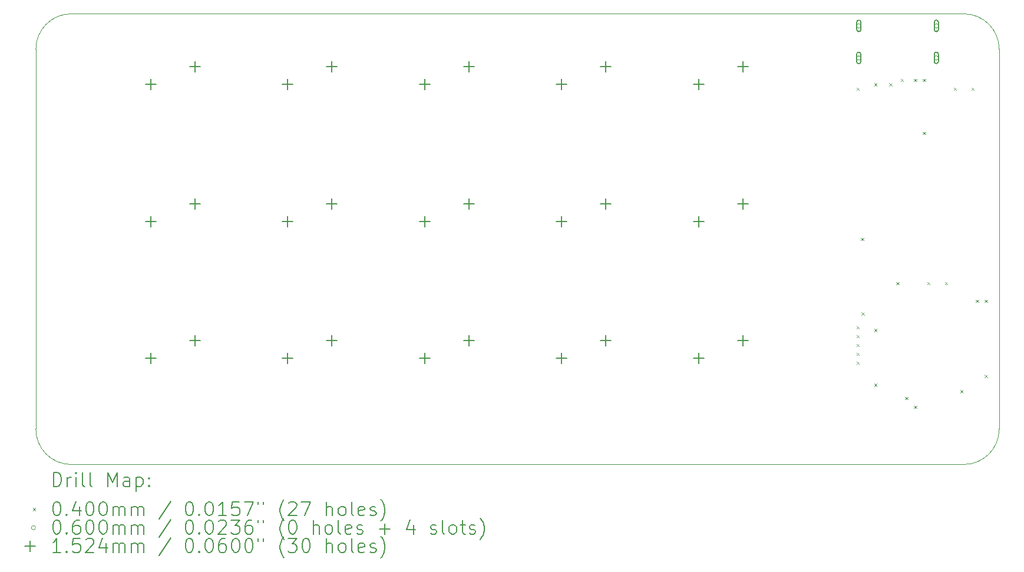
<source format=gbr>
%TF.GenerationSoftware,KiCad,Pcbnew,(6.0.7)*%
%TF.CreationDate,2023-02-20T15:39:00+01:00*%
%TF.ProjectId,Soundboard,536f756e-6462-46f6-9172-642e6b696361,rev?*%
%TF.SameCoordinates,Original*%
%TF.FileFunction,Drillmap*%
%TF.FilePolarity,Positive*%
%FSLAX45Y45*%
G04 Gerber Fmt 4.5, Leading zero omitted, Abs format (unit mm)*
G04 Created by KiCad (PCBNEW (6.0.7)) date 2023-02-20 15:39:00*
%MOMM*%
%LPD*%
G01*
G04 APERTURE LIST*
%ADD10C,0.100000*%
%ADD11C,0.200000*%
%ADD12C,0.040000*%
%ADD13C,0.060000*%
%ADD14C,0.152400*%
G04 APERTURE END LIST*
D10*
X15557500Y-2794000D02*
X15557500Y-8255000D01*
X1714500Y-8255000D02*
G75*
G03*
X2222500Y-8763000I508000J0D01*
G01*
X2222500Y-2286000D02*
X15049500Y-2286000D01*
X15557500Y-2794000D02*
G75*
G03*
X15049500Y-2286000I-508000J0D01*
G01*
X15049500Y-8763000D02*
G75*
G03*
X15557500Y-8255000I0J508000D01*
G01*
X1714500Y-2794000D02*
X1714500Y-8255000D01*
X15049500Y-8763000D02*
X2222500Y-8763000D01*
X2222500Y-2286000D02*
G75*
G03*
X1714500Y-2794000I0J-508000D01*
G01*
D11*
D12*
X13505500Y-3345500D02*
X13545500Y-3385500D01*
X13545500Y-3345500D02*
X13505500Y-3385500D01*
X13505500Y-6774500D02*
X13545500Y-6814500D01*
X13545500Y-6774500D02*
X13505500Y-6814500D01*
X13505500Y-6901500D02*
X13545500Y-6941500D01*
X13545500Y-6901500D02*
X13505500Y-6941500D01*
X13505500Y-7028500D02*
X13545500Y-7068500D01*
X13545500Y-7028500D02*
X13505500Y-7068500D01*
X13505500Y-7155500D02*
X13545500Y-7195500D01*
X13545500Y-7155500D02*
X13505500Y-7195500D01*
X13505500Y-7282500D02*
X13545500Y-7322500D01*
X13545500Y-7282500D02*
X13505500Y-7322500D01*
X13569000Y-5504500D02*
X13609000Y-5544500D01*
X13609000Y-5504500D02*
X13569000Y-5544500D01*
X13578000Y-6575000D02*
X13618000Y-6615000D01*
X13618000Y-6575000D02*
X13578000Y-6615000D01*
X13759500Y-3282000D02*
X13799500Y-3322000D01*
X13799500Y-3282000D02*
X13759500Y-3322000D01*
X13759500Y-6812550D02*
X13799500Y-6852550D01*
X13799500Y-6812550D02*
X13759500Y-6852550D01*
X13759500Y-7600000D02*
X13799500Y-7640000D01*
X13799500Y-7600000D02*
X13759500Y-7640000D01*
X13973450Y-3282000D02*
X14013450Y-3322000D01*
X14013450Y-3282000D02*
X13973450Y-3322000D01*
X14077000Y-6139500D02*
X14117000Y-6179500D01*
X14117000Y-6139500D02*
X14077000Y-6179500D01*
X14140500Y-3218500D02*
X14180500Y-3258500D01*
X14180500Y-3218500D02*
X14140500Y-3258500D01*
X14204000Y-7790500D02*
X14244000Y-7830500D01*
X14244000Y-7790500D02*
X14204000Y-7830500D01*
X14331000Y-3218500D02*
X14371000Y-3258500D01*
X14371000Y-3218500D02*
X14331000Y-3258500D01*
X14331000Y-7917500D02*
X14371000Y-7957500D01*
X14371000Y-7917500D02*
X14331000Y-7957500D01*
X14458000Y-3218500D02*
X14498000Y-3258500D01*
X14498000Y-3218500D02*
X14458000Y-3258500D01*
X14458000Y-3980500D02*
X14498000Y-4020500D01*
X14498000Y-3980500D02*
X14458000Y-4020500D01*
X14521500Y-6139500D02*
X14561500Y-6179500D01*
X14561500Y-6139500D02*
X14521500Y-6179500D01*
X14775500Y-6139500D02*
X14815500Y-6179500D01*
X14815500Y-6139500D02*
X14775500Y-6179500D01*
X14902500Y-3345500D02*
X14942500Y-3385500D01*
X14942500Y-3345500D02*
X14902500Y-3385500D01*
X14997750Y-7695250D02*
X15037750Y-7735250D01*
X15037750Y-7695250D02*
X14997750Y-7735250D01*
X15156500Y-3345500D02*
X15196500Y-3385500D01*
X15196500Y-3345500D02*
X15156500Y-3385500D01*
X15220000Y-6393500D02*
X15260000Y-6433500D01*
X15260000Y-6393500D02*
X15220000Y-6433500D01*
X15347000Y-6393500D02*
X15387000Y-6433500D01*
X15387000Y-6393500D02*
X15347000Y-6433500D01*
X15347000Y-7473000D02*
X15387000Y-7513000D01*
X15387000Y-7473000D02*
X15347000Y-7513000D01*
D13*
X13568500Y-2919250D02*
G75*
G03*
X13568500Y-2919250I-30000J0D01*
G01*
D11*
X13508500Y-2866750D02*
X13508500Y-2971750D01*
X13568500Y-2866750D02*
X13568500Y-2971750D01*
X13508500Y-2971750D02*
G75*
G03*
X13568500Y-2971750I30000J0D01*
G01*
X13568500Y-2866750D02*
G75*
G03*
X13508500Y-2866750I-30000J0D01*
G01*
D13*
X13570500Y-2459250D02*
G75*
G03*
X13570500Y-2459250I-30000J0D01*
G01*
D11*
X13510500Y-2406750D02*
X13510500Y-2511750D01*
X13570500Y-2406750D02*
X13570500Y-2511750D01*
X13510500Y-2511750D02*
G75*
G03*
X13570500Y-2511750I30000J0D01*
G01*
X13570500Y-2406750D02*
G75*
G03*
X13510500Y-2406750I-30000J0D01*
G01*
D13*
X14683500Y-2919250D02*
G75*
G03*
X14683500Y-2919250I-30000J0D01*
G01*
D11*
X14623500Y-2866750D02*
X14623500Y-2971750D01*
X14683500Y-2866750D02*
X14683500Y-2971750D01*
X14623500Y-2971750D02*
G75*
G03*
X14683500Y-2971750I30000J0D01*
G01*
X14683500Y-2866750D02*
G75*
G03*
X14623500Y-2866750I-30000J0D01*
G01*
D13*
X14685500Y-2459250D02*
G75*
G03*
X14685500Y-2459250I-30000J0D01*
G01*
D11*
X14625500Y-2406750D02*
X14625500Y-2511750D01*
X14685500Y-2406750D02*
X14685500Y-2511750D01*
X14625500Y-2511750D02*
G75*
G03*
X14685500Y-2511750I30000J0D01*
G01*
X14685500Y-2406750D02*
G75*
G03*
X14625500Y-2406750I-30000J0D01*
G01*
D14*
X3365500Y-3225800D02*
X3365500Y-3378200D01*
X3289300Y-3302000D02*
X3441700Y-3302000D01*
X3365500Y-5194300D02*
X3365500Y-5346700D01*
X3289300Y-5270500D02*
X3441700Y-5270500D01*
X3365500Y-7162800D02*
X3365500Y-7315200D01*
X3289300Y-7239000D02*
X3441700Y-7239000D01*
X4000500Y-2971800D02*
X4000500Y-3124200D01*
X3924300Y-3048000D02*
X4076700Y-3048000D01*
X4000500Y-4940300D02*
X4000500Y-5092700D01*
X3924300Y-5016500D02*
X4076700Y-5016500D01*
X4000500Y-6908800D02*
X4000500Y-7061200D01*
X3924300Y-6985000D02*
X4076700Y-6985000D01*
X5334000Y-3225800D02*
X5334000Y-3378200D01*
X5257800Y-3302000D02*
X5410200Y-3302000D01*
X5334000Y-5194300D02*
X5334000Y-5346700D01*
X5257800Y-5270500D02*
X5410200Y-5270500D01*
X5334000Y-7162800D02*
X5334000Y-7315200D01*
X5257800Y-7239000D02*
X5410200Y-7239000D01*
X5969000Y-2971800D02*
X5969000Y-3124200D01*
X5892800Y-3048000D02*
X6045200Y-3048000D01*
X5969000Y-4940300D02*
X5969000Y-5092700D01*
X5892800Y-5016500D02*
X6045200Y-5016500D01*
X5969000Y-6908800D02*
X5969000Y-7061200D01*
X5892800Y-6985000D02*
X6045200Y-6985000D01*
X7302500Y-3225800D02*
X7302500Y-3378200D01*
X7226300Y-3302000D02*
X7378700Y-3302000D01*
X7302500Y-5194300D02*
X7302500Y-5346700D01*
X7226300Y-5270500D02*
X7378700Y-5270500D01*
X7302500Y-7162800D02*
X7302500Y-7315200D01*
X7226300Y-7239000D02*
X7378700Y-7239000D01*
X7937500Y-2971800D02*
X7937500Y-3124200D01*
X7861300Y-3048000D02*
X8013700Y-3048000D01*
X7937500Y-4940300D02*
X7937500Y-5092700D01*
X7861300Y-5016500D02*
X8013700Y-5016500D01*
X7937500Y-6908800D02*
X7937500Y-7061200D01*
X7861300Y-6985000D02*
X8013700Y-6985000D01*
X9271000Y-3225800D02*
X9271000Y-3378200D01*
X9194800Y-3302000D02*
X9347200Y-3302000D01*
X9271000Y-5194300D02*
X9271000Y-5346700D01*
X9194800Y-5270500D02*
X9347200Y-5270500D01*
X9271000Y-7162800D02*
X9271000Y-7315200D01*
X9194800Y-7239000D02*
X9347200Y-7239000D01*
X9906000Y-2971800D02*
X9906000Y-3124200D01*
X9829800Y-3048000D02*
X9982200Y-3048000D01*
X9906000Y-4940300D02*
X9906000Y-5092700D01*
X9829800Y-5016500D02*
X9982200Y-5016500D01*
X9906000Y-6908800D02*
X9906000Y-7061200D01*
X9829800Y-6985000D02*
X9982200Y-6985000D01*
X11239500Y-3225800D02*
X11239500Y-3378200D01*
X11163300Y-3302000D02*
X11315700Y-3302000D01*
X11239500Y-5194300D02*
X11239500Y-5346700D01*
X11163300Y-5270500D02*
X11315700Y-5270500D01*
X11239500Y-7162800D02*
X11239500Y-7315200D01*
X11163300Y-7239000D02*
X11315700Y-7239000D01*
X11874500Y-2971800D02*
X11874500Y-3124200D01*
X11798300Y-3048000D02*
X11950700Y-3048000D01*
X11874500Y-4940300D02*
X11874500Y-5092700D01*
X11798300Y-5016500D02*
X11950700Y-5016500D01*
X11874500Y-6908800D02*
X11874500Y-7061200D01*
X11798300Y-6985000D02*
X11950700Y-6985000D01*
D11*
X1967119Y-9078476D02*
X1967119Y-8878476D01*
X2014738Y-8878476D01*
X2043309Y-8888000D01*
X2062357Y-8907048D01*
X2071881Y-8926095D01*
X2081405Y-8964190D01*
X2081405Y-8992762D01*
X2071881Y-9030857D01*
X2062357Y-9049905D01*
X2043309Y-9068952D01*
X2014738Y-9078476D01*
X1967119Y-9078476D01*
X2167119Y-9078476D02*
X2167119Y-8945143D01*
X2167119Y-8983238D02*
X2176643Y-8964190D01*
X2186167Y-8954667D01*
X2205214Y-8945143D01*
X2224262Y-8945143D01*
X2290929Y-9078476D02*
X2290929Y-8945143D01*
X2290929Y-8878476D02*
X2281405Y-8888000D01*
X2290929Y-8897524D01*
X2300452Y-8888000D01*
X2290929Y-8878476D01*
X2290929Y-8897524D01*
X2414738Y-9078476D02*
X2395690Y-9068952D01*
X2386167Y-9049905D01*
X2386167Y-8878476D01*
X2519500Y-9078476D02*
X2500452Y-9068952D01*
X2490929Y-9049905D01*
X2490929Y-8878476D01*
X2748071Y-9078476D02*
X2748071Y-8878476D01*
X2814738Y-9021333D01*
X2881405Y-8878476D01*
X2881405Y-9078476D01*
X3062357Y-9078476D02*
X3062357Y-8973714D01*
X3052833Y-8954667D01*
X3033786Y-8945143D01*
X2995690Y-8945143D01*
X2976643Y-8954667D01*
X3062357Y-9068952D02*
X3043309Y-9078476D01*
X2995690Y-9078476D01*
X2976643Y-9068952D01*
X2967119Y-9049905D01*
X2967119Y-9030857D01*
X2976643Y-9011810D01*
X2995690Y-9002286D01*
X3043309Y-9002286D01*
X3062357Y-8992762D01*
X3157595Y-8945143D02*
X3157595Y-9145143D01*
X3157595Y-8954667D02*
X3176643Y-8945143D01*
X3214738Y-8945143D01*
X3233786Y-8954667D01*
X3243309Y-8964190D01*
X3252833Y-8983238D01*
X3252833Y-9040381D01*
X3243309Y-9059429D01*
X3233786Y-9068952D01*
X3214738Y-9078476D01*
X3176643Y-9078476D01*
X3157595Y-9068952D01*
X3338548Y-9059429D02*
X3348071Y-9068952D01*
X3338548Y-9078476D01*
X3329024Y-9068952D01*
X3338548Y-9059429D01*
X3338548Y-9078476D01*
X3338548Y-8954667D02*
X3348071Y-8964190D01*
X3338548Y-8973714D01*
X3329024Y-8964190D01*
X3338548Y-8954667D01*
X3338548Y-8973714D01*
D12*
X1669500Y-9388000D02*
X1709500Y-9428000D01*
X1709500Y-9388000D02*
X1669500Y-9428000D01*
D11*
X2005214Y-9298476D02*
X2024262Y-9298476D01*
X2043309Y-9308000D01*
X2052833Y-9317524D01*
X2062357Y-9336571D01*
X2071881Y-9374667D01*
X2071881Y-9422286D01*
X2062357Y-9460381D01*
X2052833Y-9479429D01*
X2043309Y-9488952D01*
X2024262Y-9498476D01*
X2005214Y-9498476D01*
X1986167Y-9488952D01*
X1976643Y-9479429D01*
X1967119Y-9460381D01*
X1957595Y-9422286D01*
X1957595Y-9374667D01*
X1967119Y-9336571D01*
X1976643Y-9317524D01*
X1986167Y-9308000D01*
X2005214Y-9298476D01*
X2157595Y-9479429D02*
X2167119Y-9488952D01*
X2157595Y-9498476D01*
X2148071Y-9488952D01*
X2157595Y-9479429D01*
X2157595Y-9498476D01*
X2338548Y-9365143D02*
X2338548Y-9498476D01*
X2290929Y-9288952D02*
X2243310Y-9431810D01*
X2367119Y-9431810D01*
X2481405Y-9298476D02*
X2500452Y-9298476D01*
X2519500Y-9308000D01*
X2529024Y-9317524D01*
X2538548Y-9336571D01*
X2548071Y-9374667D01*
X2548071Y-9422286D01*
X2538548Y-9460381D01*
X2529024Y-9479429D01*
X2519500Y-9488952D01*
X2500452Y-9498476D01*
X2481405Y-9498476D01*
X2462357Y-9488952D01*
X2452833Y-9479429D01*
X2443310Y-9460381D01*
X2433786Y-9422286D01*
X2433786Y-9374667D01*
X2443310Y-9336571D01*
X2452833Y-9317524D01*
X2462357Y-9308000D01*
X2481405Y-9298476D01*
X2671881Y-9298476D02*
X2690929Y-9298476D01*
X2709976Y-9308000D01*
X2719500Y-9317524D01*
X2729024Y-9336571D01*
X2738548Y-9374667D01*
X2738548Y-9422286D01*
X2729024Y-9460381D01*
X2719500Y-9479429D01*
X2709976Y-9488952D01*
X2690929Y-9498476D01*
X2671881Y-9498476D01*
X2652833Y-9488952D01*
X2643310Y-9479429D01*
X2633786Y-9460381D01*
X2624262Y-9422286D01*
X2624262Y-9374667D01*
X2633786Y-9336571D01*
X2643310Y-9317524D01*
X2652833Y-9308000D01*
X2671881Y-9298476D01*
X2824262Y-9498476D02*
X2824262Y-9365143D01*
X2824262Y-9384190D02*
X2833786Y-9374667D01*
X2852833Y-9365143D01*
X2881405Y-9365143D01*
X2900452Y-9374667D01*
X2909976Y-9393714D01*
X2909976Y-9498476D01*
X2909976Y-9393714D02*
X2919500Y-9374667D01*
X2938548Y-9365143D01*
X2967119Y-9365143D01*
X2986167Y-9374667D01*
X2995690Y-9393714D01*
X2995690Y-9498476D01*
X3090928Y-9498476D02*
X3090928Y-9365143D01*
X3090928Y-9384190D02*
X3100452Y-9374667D01*
X3119500Y-9365143D01*
X3148071Y-9365143D01*
X3167119Y-9374667D01*
X3176643Y-9393714D01*
X3176643Y-9498476D01*
X3176643Y-9393714D02*
X3186167Y-9374667D01*
X3205214Y-9365143D01*
X3233786Y-9365143D01*
X3252833Y-9374667D01*
X3262357Y-9393714D01*
X3262357Y-9498476D01*
X3652833Y-9288952D02*
X3481405Y-9546095D01*
X3909976Y-9298476D02*
X3929024Y-9298476D01*
X3948071Y-9308000D01*
X3957595Y-9317524D01*
X3967119Y-9336571D01*
X3976643Y-9374667D01*
X3976643Y-9422286D01*
X3967119Y-9460381D01*
X3957595Y-9479429D01*
X3948071Y-9488952D01*
X3929024Y-9498476D01*
X3909976Y-9498476D01*
X3890928Y-9488952D01*
X3881405Y-9479429D01*
X3871881Y-9460381D01*
X3862357Y-9422286D01*
X3862357Y-9374667D01*
X3871881Y-9336571D01*
X3881405Y-9317524D01*
X3890928Y-9308000D01*
X3909976Y-9298476D01*
X4062357Y-9479429D02*
X4071881Y-9488952D01*
X4062357Y-9498476D01*
X4052833Y-9488952D01*
X4062357Y-9479429D01*
X4062357Y-9498476D01*
X4195690Y-9298476D02*
X4214738Y-9298476D01*
X4233786Y-9308000D01*
X4243310Y-9317524D01*
X4252833Y-9336571D01*
X4262357Y-9374667D01*
X4262357Y-9422286D01*
X4252833Y-9460381D01*
X4243310Y-9479429D01*
X4233786Y-9488952D01*
X4214738Y-9498476D01*
X4195690Y-9498476D01*
X4176643Y-9488952D01*
X4167119Y-9479429D01*
X4157595Y-9460381D01*
X4148071Y-9422286D01*
X4148071Y-9374667D01*
X4157595Y-9336571D01*
X4167119Y-9317524D01*
X4176643Y-9308000D01*
X4195690Y-9298476D01*
X4452833Y-9498476D02*
X4338548Y-9498476D01*
X4395690Y-9498476D02*
X4395690Y-9298476D01*
X4376643Y-9327048D01*
X4357595Y-9346095D01*
X4338548Y-9355619D01*
X4633786Y-9298476D02*
X4538548Y-9298476D01*
X4529024Y-9393714D01*
X4538548Y-9384190D01*
X4557595Y-9374667D01*
X4605214Y-9374667D01*
X4624262Y-9384190D01*
X4633786Y-9393714D01*
X4643310Y-9412762D01*
X4643310Y-9460381D01*
X4633786Y-9479429D01*
X4624262Y-9488952D01*
X4605214Y-9498476D01*
X4557595Y-9498476D01*
X4538548Y-9488952D01*
X4529024Y-9479429D01*
X4709976Y-9298476D02*
X4843310Y-9298476D01*
X4757595Y-9498476D01*
X4909976Y-9298476D02*
X4909976Y-9336571D01*
X4986167Y-9298476D02*
X4986167Y-9336571D01*
X5281405Y-9574667D02*
X5271881Y-9565143D01*
X5252833Y-9536571D01*
X5243310Y-9517524D01*
X5233786Y-9488952D01*
X5224262Y-9441333D01*
X5224262Y-9403238D01*
X5233786Y-9355619D01*
X5243310Y-9327048D01*
X5252833Y-9308000D01*
X5271881Y-9279429D01*
X5281405Y-9269905D01*
X5348071Y-9317524D02*
X5357595Y-9308000D01*
X5376643Y-9298476D01*
X5424262Y-9298476D01*
X5443310Y-9308000D01*
X5452833Y-9317524D01*
X5462357Y-9336571D01*
X5462357Y-9355619D01*
X5452833Y-9384190D01*
X5338548Y-9498476D01*
X5462357Y-9498476D01*
X5529024Y-9298476D02*
X5662357Y-9298476D01*
X5576643Y-9498476D01*
X5890928Y-9498476D02*
X5890928Y-9298476D01*
X5976643Y-9498476D02*
X5976643Y-9393714D01*
X5967119Y-9374667D01*
X5948071Y-9365143D01*
X5919500Y-9365143D01*
X5900452Y-9374667D01*
X5890928Y-9384190D01*
X6100452Y-9498476D02*
X6081405Y-9488952D01*
X6071881Y-9479429D01*
X6062357Y-9460381D01*
X6062357Y-9403238D01*
X6071881Y-9384190D01*
X6081405Y-9374667D01*
X6100452Y-9365143D01*
X6129024Y-9365143D01*
X6148071Y-9374667D01*
X6157595Y-9384190D01*
X6167119Y-9403238D01*
X6167119Y-9460381D01*
X6157595Y-9479429D01*
X6148071Y-9488952D01*
X6129024Y-9498476D01*
X6100452Y-9498476D01*
X6281405Y-9498476D02*
X6262357Y-9488952D01*
X6252833Y-9469905D01*
X6252833Y-9298476D01*
X6433786Y-9488952D02*
X6414738Y-9498476D01*
X6376643Y-9498476D01*
X6357595Y-9488952D01*
X6348071Y-9469905D01*
X6348071Y-9393714D01*
X6357595Y-9374667D01*
X6376643Y-9365143D01*
X6414738Y-9365143D01*
X6433786Y-9374667D01*
X6443309Y-9393714D01*
X6443309Y-9412762D01*
X6348071Y-9431810D01*
X6519500Y-9488952D02*
X6538548Y-9498476D01*
X6576643Y-9498476D01*
X6595690Y-9488952D01*
X6605214Y-9469905D01*
X6605214Y-9460381D01*
X6595690Y-9441333D01*
X6576643Y-9431810D01*
X6548071Y-9431810D01*
X6529024Y-9422286D01*
X6519500Y-9403238D01*
X6519500Y-9393714D01*
X6529024Y-9374667D01*
X6548071Y-9365143D01*
X6576643Y-9365143D01*
X6595690Y-9374667D01*
X6671881Y-9574667D02*
X6681405Y-9565143D01*
X6700452Y-9536571D01*
X6709976Y-9517524D01*
X6719500Y-9488952D01*
X6729024Y-9441333D01*
X6729024Y-9403238D01*
X6719500Y-9355619D01*
X6709976Y-9327048D01*
X6700452Y-9308000D01*
X6681405Y-9279429D01*
X6671881Y-9269905D01*
D13*
X1709500Y-9672000D02*
G75*
G03*
X1709500Y-9672000I-30000J0D01*
G01*
D11*
X2005214Y-9562476D02*
X2024262Y-9562476D01*
X2043309Y-9572000D01*
X2052833Y-9581524D01*
X2062357Y-9600571D01*
X2071881Y-9638667D01*
X2071881Y-9686286D01*
X2062357Y-9724381D01*
X2052833Y-9743429D01*
X2043309Y-9752952D01*
X2024262Y-9762476D01*
X2005214Y-9762476D01*
X1986167Y-9752952D01*
X1976643Y-9743429D01*
X1967119Y-9724381D01*
X1957595Y-9686286D01*
X1957595Y-9638667D01*
X1967119Y-9600571D01*
X1976643Y-9581524D01*
X1986167Y-9572000D01*
X2005214Y-9562476D01*
X2157595Y-9743429D02*
X2167119Y-9752952D01*
X2157595Y-9762476D01*
X2148071Y-9752952D01*
X2157595Y-9743429D01*
X2157595Y-9762476D01*
X2338548Y-9562476D02*
X2300452Y-9562476D01*
X2281405Y-9572000D01*
X2271881Y-9581524D01*
X2252833Y-9610095D01*
X2243310Y-9648190D01*
X2243310Y-9724381D01*
X2252833Y-9743429D01*
X2262357Y-9752952D01*
X2281405Y-9762476D01*
X2319500Y-9762476D01*
X2338548Y-9752952D01*
X2348071Y-9743429D01*
X2357595Y-9724381D01*
X2357595Y-9676762D01*
X2348071Y-9657714D01*
X2338548Y-9648190D01*
X2319500Y-9638667D01*
X2281405Y-9638667D01*
X2262357Y-9648190D01*
X2252833Y-9657714D01*
X2243310Y-9676762D01*
X2481405Y-9562476D02*
X2500452Y-9562476D01*
X2519500Y-9572000D01*
X2529024Y-9581524D01*
X2538548Y-9600571D01*
X2548071Y-9638667D01*
X2548071Y-9686286D01*
X2538548Y-9724381D01*
X2529024Y-9743429D01*
X2519500Y-9752952D01*
X2500452Y-9762476D01*
X2481405Y-9762476D01*
X2462357Y-9752952D01*
X2452833Y-9743429D01*
X2443310Y-9724381D01*
X2433786Y-9686286D01*
X2433786Y-9638667D01*
X2443310Y-9600571D01*
X2452833Y-9581524D01*
X2462357Y-9572000D01*
X2481405Y-9562476D01*
X2671881Y-9562476D02*
X2690929Y-9562476D01*
X2709976Y-9572000D01*
X2719500Y-9581524D01*
X2729024Y-9600571D01*
X2738548Y-9638667D01*
X2738548Y-9686286D01*
X2729024Y-9724381D01*
X2719500Y-9743429D01*
X2709976Y-9752952D01*
X2690929Y-9762476D01*
X2671881Y-9762476D01*
X2652833Y-9752952D01*
X2643310Y-9743429D01*
X2633786Y-9724381D01*
X2624262Y-9686286D01*
X2624262Y-9638667D01*
X2633786Y-9600571D01*
X2643310Y-9581524D01*
X2652833Y-9572000D01*
X2671881Y-9562476D01*
X2824262Y-9762476D02*
X2824262Y-9629143D01*
X2824262Y-9648190D02*
X2833786Y-9638667D01*
X2852833Y-9629143D01*
X2881405Y-9629143D01*
X2900452Y-9638667D01*
X2909976Y-9657714D01*
X2909976Y-9762476D01*
X2909976Y-9657714D02*
X2919500Y-9638667D01*
X2938548Y-9629143D01*
X2967119Y-9629143D01*
X2986167Y-9638667D01*
X2995690Y-9657714D01*
X2995690Y-9762476D01*
X3090928Y-9762476D02*
X3090928Y-9629143D01*
X3090928Y-9648190D02*
X3100452Y-9638667D01*
X3119500Y-9629143D01*
X3148071Y-9629143D01*
X3167119Y-9638667D01*
X3176643Y-9657714D01*
X3176643Y-9762476D01*
X3176643Y-9657714D02*
X3186167Y-9638667D01*
X3205214Y-9629143D01*
X3233786Y-9629143D01*
X3252833Y-9638667D01*
X3262357Y-9657714D01*
X3262357Y-9762476D01*
X3652833Y-9552952D02*
X3481405Y-9810095D01*
X3909976Y-9562476D02*
X3929024Y-9562476D01*
X3948071Y-9572000D01*
X3957595Y-9581524D01*
X3967119Y-9600571D01*
X3976643Y-9638667D01*
X3976643Y-9686286D01*
X3967119Y-9724381D01*
X3957595Y-9743429D01*
X3948071Y-9752952D01*
X3929024Y-9762476D01*
X3909976Y-9762476D01*
X3890928Y-9752952D01*
X3881405Y-9743429D01*
X3871881Y-9724381D01*
X3862357Y-9686286D01*
X3862357Y-9638667D01*
X3871881Y-9600571D01*
X3881405Y-9581524D01*
X3890928Y-9572000D01*
X3909976Y-9562476D01*
X4062357Y-9743429D02*
X4071881Y-9752952D01*
X4062357Y-9762476D01*
X4052833Y-9752952D01*
X4062357Y-9743429D01*
X4062357Y-9762476D01*
X4195690Y-9562476D02*
X4214738Y-9562476D01*
X4233786Y-9572000D01*
X4243310Y-9581524D01*
X4252833Y-9600571D01*
X4262357Y-9638667D01*
X4262357Y-9686286D01*
X4252833Y-9724381D01*
X4243310Y-9743429D01*
X4233786Y-9752952D01*
X4214738Y-9762476D01*
X4195690Y-9762476D01*
X4176643Y-9752952D01*
X4167119Y-9743429D01*
X4157595Y-9724381D01*
X4148071Y-9686286D01*
X4148071Y-9638667D01*
X4157595Y-9600571D01*
X4167119Y-9581524D01*
X4176643Y-9572000D01*
X4195690Y-9562476D01*
X4338548Y-9581524D02*
X4348071Y-9572000D01*
X4367119Y-9562476D01*
X4414738Y-9562476D01*
X4433786Y-9572000D01*
X4443310Y-9581524D01*
X4452833Y-9600571D01*
X4452833Y-9619619D01*
X4443310Y-9648190D01*
X4329024Y-9762476D01*
X4452833Y-9762476D01*
X4519500Y-9562476D02*
X4643310Y-9562476D01*
X4576643Y-9638667D01*
X4605214Y-9638667D01*
X4624262Y-9648190D01*
X4633786Y-9657714D01*
X4643310Y-9676762D01*
X4643310Y-9724381D01*
X4633786Y-9743429D01*
X4624262Y-9752952D01*
X4605214Y-9762476D01*
X4548071Y-9762476D01*
X4529024Y-9752952D01*
X4519500Y-9743429D01*
X4814738Y-9562476D02*
X4776643Y-9562476D01*
X4757595Y-9572000D01*
X4748071Y-9581524D01*
X4729024Y-9610095D01*
X4719500Y-9648190D01*
X4719500Y-9724381D01*
X4729024Y-9743429D01*
X4738548Y-9752952D01*
X4757595Y-9762476D01*
X4795690Y-9762476D01*
X4814738Y-9752952D01*
X4824262Y-9743429D01*
X4833786Y-9724381D01*
X4833786Y-9676762D01*
X4824262Y-9657714D01*
X4814738Y-9648190D01*
X4795690Y-9638667D01*
X4757595Y-9638667D01*
X4738548Y-9648190D01*
X4729024Y-9657714D01*
X4719500Y-9676762D01*
X4909976Y-9562476D02*
X4909976Y-9600571D01*
X4986167Y-9562476D02*
X4986167Y-9600571D01*
X5281405Y-9838667D02*
X5271881Y-9829143D01*
X5252833Y-9800571D01*
X5243310Y-9781524D01*
X5233786Y-9752952D01*
X5224262Y-9705333D01*
X5224262Y-9667238D01*
X5233786Y-9619619D01*
X5243310Y-9591048D01*
X5252833Y-9572000D01*
X5271881Y-9543429D01*
X5281405Y-9533905D01*
X5395690Y-9562476D02*
X5414738Y-9562476D01*
X5433786Y-9572000D01*
X5443310Y-9581524D01*
X5452833Y-9600571D01*
X5462357Y-9638667D01*
X5462357Y-9686286D01*
X5452833Y-9724381D01*
X5443310Y-9743429D01*
X5433786Y-9752952D01*
X5414738Y-9762476D01*
X5395690Y-9762476D01*
X5376643Y-9752952D01*
X5367119Y-9743429D01*
X5357595Y-9724381D01*
X5348071Y-9686286D01*
X5348071Y-9638667D01*
X5357595Y-9600571D01*
X5367119Y-9581524D01*
X5376643Y-9572000D01*
X5395690Y-9562476D01*
X5700452Y-9762476D02*
X5700452Y-9562476D01*
X5786167Y-9762476D02*
X5786167Y-9657714D01*
X5776643Y-9638667D01*
X5757595Y-9629143D01*
X5729024Y-9629143D01*
X5709976Y-9638667D01*
X5700452Y-9648190D01*
X5909976Y-9762476D02*
X5890928Y-9752952D01*
X5881405Y-9743429D01*
X5871881Y-9724381D01*
X5871881Y-9667238D01*
X5881405Y-9648190D01*
X5890928Y-9638667D01*
X5909976Y-9629143D01*
X5938548Y-9629143D01*
X5957595Y-9638667D01*
X5967119Y-9648190D01*
X5976643Y-9667238D01*
X5976643Y-9724381D01*
X5967119Y-9743429D01*
X5957595Y-9752952D01*
X5938548Y-9762476D01*
X5909976Y-9762476D01*
X6090928Y-9762476D02*
X6071881Y-9752952D01*
X6062357Y-9733905D01*
X6062357Y-9562476D01*
X6243309Y-9752952D02*
X6224262Y-9762476D01*
X6186167Y-9762476D01*
X6167119Y-9752952D01*
X6157595Y-9733905D01*
X6157595Y-9657714D01*
X6167119Y-9638667D01*
X6186167Y-9629143D01*
X6224262Y-9629143D01*
X6243309Y-9638667D01*
X6252833Y-9657714D01*
X6252833Y-9676762D01*
X6157595Y-9695810D01*
X6329024Y-9752952D02*
X6348071Y-9762476D01*
X6386167Y-9762476D01*
X6405214Y-9752952D01*
X6414738Y-9733905D01*
X6414738Y-9724381D01*
X6405214Y-9705333D01*
X6386167Y-9695810D01*
X6357595Y-9695810D01*
X6338548Y-9686286D01*
X6329024Y-9667238D01*
X6329024Y-9657714D01*
X6338548Y-9638667D01*
X6357595Y-9629143D01*
X6386167Y-9629143D01*
X6405214Y-9638667D01*
X6652833Y-9686286D02*
X6805214Y-9686286D01*
X6729024Y-9762476D02*
X6729024Y-9610095D01*
X7138548Y-9629143D02*
X7138548Y-9762476D01*
X7090928Y-9552952D02*
X7043309Y-9695810D01*
X7167119Y-9695810D01*
X7386167Y-9752952D02*
X7405214Y-9762476D01*
X7443309Y-9762476D01*
X7462357Y-9752952D01*
X7471881Y-9733905D01*
X7471881Y-9724381D01*
X7462357Y-9705333D01*
X7443309Y-9695810D01*
X7414738Y-9695810D01*
X7395690Y-9686286D01*
X7386167Y-9667238D01*
X7386167Y-9657714D01*
X7395690Y-9638667D01*
X7414738Y-9629143D01*
X7443309Y-9629143D01*
X7462357Y-9638667D01*
X7586167Y-9762476D02*
X7567119Y-9752952D01*
X7557595Y-9733905D01*
X7557595Y-9562476D01*
X7690928Y-9762476D02*
X7671881Y-9752952D01*
X7662357Y-9743429D01*
X7652833Y-9724381D01*
X7652833Y-9667238D01*
X7662357Y-9648190D01*
X7671881Y-9638667D01*
X7690928Y-9629143D01*
X7719500Y-9629143D01*
X7738548Y-9638667D01*
X7748071Y-9648190D01*
X7757595Y-9667238D01*
X7757595Y-9724381D01*
X7748071Y-9743429D01*
X7738548Y-9752952D01*
X7719500Y-9762476D01*
X7690928Y-9762476D01*
X7814738Y-9629143D02*
X7890928Y-9629143D01*
X7843309Y-9562476D02*
X7843309Y-9733905D01*
X7852833Y-9752952D01*
X7871881Y-9762476D01*
X7890928Y-9762476D01*
X7948071Y-9752952D02*
X7967119Y-9762476D01*
X8005214Y-9762476D01*
X8024262Y-9752952D01*
X8033786Y-9733905D01*
X8033786Y-9724381D01*
X8024262Y-9705333D01*
X8005214Y-9695810D01*
X7976643Y-9695810D01*
X7957595Y-9686286D01*
X7948071Y-9667238D01*
X7948071Y-9657714D01*
X7957595Y-9638667D01*
X7976643Y-9629143D01*
X8005214Y-9629143D01*
X8024262Y-9638667D01*
X8100452Y-9838667D02*
X8109976Y-9829143D01*
X8129024Y-9800571D01*
X8138548Y-9781524D01*
X8148071Y-9752952D01*
X8157595Y-9705333D01*
X8157595Y-9667238D01*
X8148071Y-9619619D01*
X8138548Y-9591048D01*
X8129024Y-9572000D01*
X8109976Y-9543429D01*
X8100452Y-9533905D01*
D14*
X1633300Y-9859800D02*
X1633300Y-10012200D01*
X1557100Y-9936000D02*
X1709500Y-9936000D01*
D11*
X2071881Y-10026476D02*
X1957595Y-10026476D01*
X2014738Y-10026476D02*
X2014738Y-9826476D01*
X1995690Y-9855048D01*
X1976643Y-9874095D01*
X1957595Y-9883619D01*
X2157595Y-10007429D02*
X2167119Y-10016952D01*
X2157595Y-10026476D01*
X2148071Y-10016952D01*
X2157595Y-10007429D01*
X2157595Y-10026476D01*
X2348071Y-9826476D02*
X2252833Y-9826476D01*
X2243310Y-9921714D01*
X2252833Y-9912190D01*
X2271881Y-9902667D01*
X2319500Y-9902667D01*
X2338548Y-9912190D01*
X2348071Y-9921714D01*
X2357595Y-9940762D01*
X2357595Y-9988381D01*
X2348071Y-10007429D01*
X2338548Y-10016952D01*
X2319500Y-10026476D01*
X2271881Y-10026476D01*
X2252833Y-10016952D01*
X2243310Y-10007429D01*
X2433786Y-9845524D02*
X2443310Y-9836000D01*
X2462357Y-9826476D01*
X2509976Y-9826476D01*
X2529024Y-9836000D01*
X2538548Y-9845524D01*
X2548071Y-9864571D01*
X2548071Y-9883619D01*
X2538548Y-9912190D01*
X2424262Y-10026476D01*
X2548071Y-10026476D01*
X2719500Y-9893143D02*
X2719500Y-10026476D01*
X2671881Y-9816952D02*
X2624262Y-9959810D01*
X2748071Y-9959810D01*
X2824262Y-10026476D02*
X2824262Y-9893143D01*
X2824262Y-9912190D02*
X2833786Y-9902667D01*
X2852833Y-9893143D01*
X2881405Y-9893143D01*
X2900452Y-9902667D01*
X2909976Y-9921714D01*
X2909976Y-10026476D01*
X2909976Y-9921714D02*
X2919500Y-9902667D01*
X2938548Y-9893143D01*
X2967119Y-9893143D01*
X2986167Y-9902667D01*
X2995690Y-9921714D01*
X2995690Y-10026476D01*
X3090928Y-10026476D02*
X3090928Y-9893143D01*
X3090928Y-9912190D02*
X3100452Y-9902667D01*
X3119500Y-9893143D01*
X3148071Y-9893143D01*
X3167119Y-9902667D01*
X3176643Y-9921714D01*
X3176643Y-10026476D01*
X3176643Y-9921714D02*
X3186167Y-9902667D01*
X3205214Y-9893143D01*
X3233786Y-9893143D01*
X3252833Y-9902667D01*
X3262357Y-9921714D01*
X3262357Y-10026476D01*
X3652833Y-9816952D02*
X3481405Y-10074095D01*
X3909976Y-9826476D02*
X3929024Y-9826476D01*
X3948071Y-9836000D01*
X3957595Y-9845524D01*
X3967119Y-9864571D01*
X3976643Y-9902667D01*
X3976643Y-9950286D01*
X3967119Y-9988381D01*
X3957595Y-10007429D01*
X3948071Y-10016952D01*
X3929024Y-10026476D01*
X3909976Y-10026476D01*
X3890928Y-10016952D01*
X3881405Y-10007429D01*
X3871881Y-9988381D01*
X3862357Y-9950286D01*
X3862357Y-9902667D01*
X3871881Y-9864571D01*
X3881405Y-9845524D01*
X3890928Y-9836000D01*
X3909976Y-9826476D01*
X4062357Y-10007429D02*
X4071881Y-10016952D01*
X4062357Y-10026476D01*
X4052833Y-10016952D01*
X4062357Y-10007429D01*
X4062357Y-10026476D01*
X4195690Y-9826476D02*
X4214738Y-9826476D01*
X4233786Y-9836000D01*
X4243310Y-9845524D01*
X4252833Y-9864571D01*
X4262357Y-9902667D01*
X4262357Y-9950286D01*
X4252833Y-9988381D01*
X4243310Y-10007429D01*
X4233786Y-10016952D01*
X4214738Y-10026476D01*
X4195690Y-10026476D01*
X4176643Y-10016952D01*
X4167119Y-10007429D01*
X4157595Y-9988381D01*
X4148071Y-9950286D01*
X4148071Y-9902667D01*
X4157595Y-9864571D01*
X4167119Y-9845524D01*
X4176643Y-9836000D01*
X4195690Y-9826476D01*
X4433786Y-9826476D02*
X4395690Y-9826476D01*
X4376643Y-9836000D01*
X4367119Y-9845524D01*
X4348071Y-9874095D01*
X4338548Y-9912190D01*
X4338548Y-9988381D01*
X4348071Y-10007429D01*
X4357595Y-10016952D01*
X4376643Y-10026476D01*
X4414738Y-10026476D01*
X4433786Y-10016952D01*
X4443310Y-10007429D01*
X4452833Y-9988381D01*
X4452833Y-9940762D01*
X4443310Y-9921714D01*
X4433786Y-9912190D01*
X4414738Y-9902667D01*
X4376643Y-9902667D01*
X4357595Y-9912190D01*
X4348071Y-9921714D01*
X4338548Y-9940762D01*
X4576643Y-9826476D02*
X4595690Y-9826476D01*
X4614738Y-9836000D01*
X4624262Y-9845524D01*
X4633786Y-9864571D01*
X4643310Y-9902667D01*
X4643310Y-9950286D01*
X4633786Y-9988381D01*
X4624262Y-10007429D01*
X4614738Y-10016952D01*
X4595690Y-10026476D01*
X4576643Y-10026476D01*
X4557595Y-10016952D01*
X4548071Y-10007429D01*
X4538548Y-9988381D01*
X4529024Y-9950286D01*
X4529024Y-9902667D01*
X4538548Y-9864571D01*
X4548071Y-9845524D01*
X4557595Y-9836000D01*
X4576643Y-9826476D01*
X4767119Y-9826476D02*
X4786167Y-9826476D01*
X4805214Y-9836000D01*
X4814738Y-9845524D01*
X4824262Y-9864571D01*
X4833786Y-9902667D01*
X4833786Y-9950286D01*
X4824262Y-9988381D01*
X4814738Y-10007429D01*
X4805214Y-10016952D01*
X4786167Y-10026476D01*
X4767119Y-10026476D01*
X4748071Y-10016952D01*
X4738548Y-10007429D01*
X4729024Y-9988381D01*
X4719500Y-9950286D01*
X4719500Y-9902667D01*
X4729024Y-9864571D01*
X4738548Y-9845524D01*
X4748071Y-9836000D01*
X4767119Y-9826476D01*
X4909976Y-9826476D02*
X4909976Y-9864571D01*
X4986167Y-9826476D02*
X4986167Y-9864571D01*
X5281405Y-10102667D02*
X5271881Y-10093143D01*
X5252833Y-10064571D01*
X5243310Y-10045524D01*
X5233786Y-10016952D01*
X5224262Y-9969333D01*
X5224262Y-9931238D01*
X5233786Y-9883619D01*
X5243310Y-9855048D01*
X5252833Y-9836000D01*
X5271881Y-9807429D01*
X5281405Y-9797905D01*
X5338548Y-9826476D02*
X5462357Y-9826476D01*
X5395690Y-9902667D01*
X5424262Y-9902667D01*
X5443310Y-9912190D01*
X5452833Y-9921714D01*
X5462357Y-9940762D01*
X5462357Y-9988381D01*
X5452833Y-10007429D01*
X5443310Y-10016952D01*
X5424262Y-10026476D01*
X5367119Y-10026476D01*
X5348071Y-10016952D01*
X5338548Y-10007429D01*
X5586167Y-9826476D02*
X5605214Y-9826476D01*
X5624262Y-9836000D01*
X5633786Y-9845524D01*
X5643309Y-9864571D01*
X5652833Y-9902667D01*
X5652833Y-9950286D01*
X5643309Y-9988381D01*
X5633786Y-10007429D01*
X5624262Y-10016952D01*
X5605214Y-10026476D01*
X5586167Y-10026476D01*
X5567119Y-10016952D01*
X5557595Y-10007429D01*
X5548071Y-9988381D01*
X5538548Y-9950286D01*
X5538548Y-9902667D01*
X5548071Y-9864571D01*
X5557595Y-9845524D01*
X5567119Y-9836000D01*
X5586167Y-9826476D01*
X5890928Y-10026476D02*
X5890928Y-9826476D01*
X5976643Y-10026476D02*
X5976643Y-9921714D01*
X5967119Y-9902667D01*
X5948071Y-9893143D01*
X5919500Y-9893143D01*
X5900452Y-9902667D01*
X5890928Y-9912190D01*
X6100452Y-10026476D02*
X6081405Y-10016952D01*
X6071881Y-10007429D01*
X6062357Y-9988381D01*
X6062357Y-9931238D01*
X6071881Y-9912190D01*
X6081405Y-9902667D01*
X6100452Y-9893143D01*
X6129024Y-9893143D01*
X6148071Y-9902667D01*
X6157595Y-9912190D01*
X6167119Y-9931238D01*
X6167119Y-9988381D01*
X6157595Y-10007429D01*
X6148071Y-10016952D01*
X6129024Y-10026476D01*
X6100452Y-10026476D01*
X6281405Y-10026476D02*
X6262357Y-10016952D01*
X6252833Y-9997905D01*
X6252833Y-9826476D01*
X6433786Y-10016952D02*
X6414738Y-10026476D01*
X6376643Y-10026476D01*
X6357595Y-10016952D01*
X6348071Y-9997905D01*
X6348071Y-9921714D01*
X6357595Y-9902667D01*
X6376643Y-9893143D01*
X6414738Y-9893143D01*
X6433786Y-9902667D01*
X6443309Y-9921714D01*
X6443309Y-9940762D01*
X6348071Y-9959810D01*
X6519500Y-10016952D02*
X6538548Y-10026476D01*
X6576643Y-10026476D01*
X6595690Y-10016952D01*
X6605214Y-9997905D01*
X6605214Y-9988381D01*
X6595690Y-9969333D01*
X6576643Y-9959810D01*
X6548071Y-9959810D01*
X6529024Y-9950286D01*
X6519500Y-9931238D01*
X6519500Y-9921714D01*
X6529024Y-9902667D01*
X6548071Y-9893143D01*
X6576643Y-9893143D01*
X6595690Y-9902667D01*
X6671881Y-10102667D02*
X6681405Y-10093143D01*
X6700452Y-10064571D01*
X6709976Y-10045524D01*
X6719500Y-10016952D01*
X6729024Y-9969333D01*
X6729024Y-9931238D01*
X6719500Y-9883619D01*
X6709976Y-9855048D01*
X6700452Y-9836000D01*
X6681405Y-9807429D01*
X6671881Y-9797905D01*
M02*

</source>
